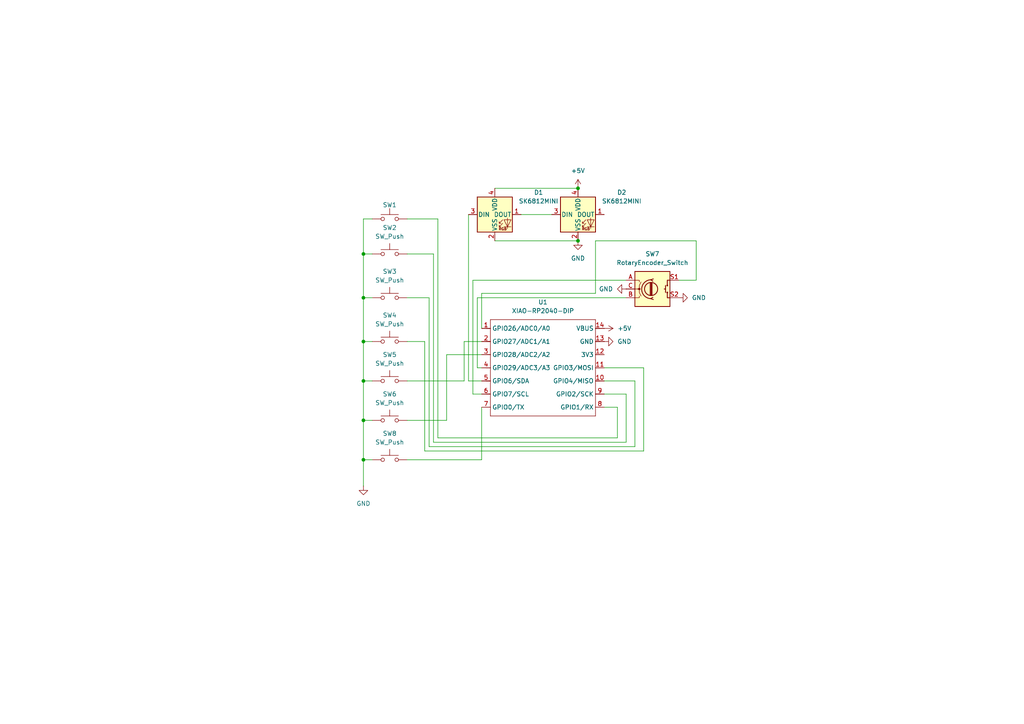
<source format=kicad_sch>
(kicad_sch (version 20250114) (generator "eeschema") (generator_version "9.0")
  (paper "A4")
  (lib_symbols
    (symbol "Device:RotaryEncoder_Switch" (pin_names (offset 0.254) (hide yes))
      (property "Reference" "SW" (at 0 6.604 0))
      (property "Value" "RotaryEncoder_Switch" (at 0 -6.604 0))
      (symbol "RotaryEncoder_Switch_0_1"
        (rectangle (start -5.08 5.08) (end 5.08 -5.08) (stroke (width 0.254)) (fill (type background)))
        (polyline (pts (xy -5.08 2.54) (xy -3.81 2.54) (xy -3.81 2.032)))
        (polyline (pts (xy -5.08 0) (xy -3.81 0) (xy -3.81 -1.016) (xy -3.302 -2.032)))
        (polyline (pts (xy -5.08 -2.54) (xy -3.81 -2.54) (xy -3.81 -2.032)))
        (polyline (pts (xy -4.318 0) (xy -3.81 0) (xy -3.81 1.016) (xy -3.302 2.032)))
        (circle (center -3.81 0) (radius 0.254) (fill (type outline)))
        (polyline (pts (xy -0.635 -1.778) (xy -0.635 1.778)) (stroke (width 0.254)))
        (circle (center -0.381 0) (radius 1.905) (stroke (width 0.254)))
        (polyline (pts (xy -0.381 -1.778) (xy -0.381 1.778)) (stroke (width 0.254)))
        (arc (start -0.381 -2.794) (mid -3.0988 -0.0635) (end -0.381 2.667) (stroke (width 0.254)))
        (polyline (pts (xy -0.127 1.778) (xy -0.127 -1.778)) (stroke (width 0.254)))
        (polyline (pts (xy 0.254 2.921) (xy -0.508 2.667) (xy 0.127 2.286)) (stroke (width 0.254)))
        (polyline (pts (xy 0.254 -3.048) (xy -0.508 -2.794) (xy 0.127 -2.413)) (stroke (width 0.254)))
        (polyline (pts (xy 3.81 1.016) (xy 3.81 -1.016)) (stroke (width 0.254)))
        (polyline (pts (xy 3.81 0) (xy 3.429 0)) (stroke (width 0.254)))
        (circle (center 4.318 1.016) (radius 0.127) (stroke (width 0.254)))
        (circle (center 4.318 -1.016) (radius 0.127) (stroke (width 0.254)))
        (polyline (pts (xy 5.08 2.54) (xy 4.318 2.54) (xy 4.318 1.016)) (stroke (width 0.254)))
        (polyline (pts (xy 5.08 -2.54) (xy 4.318 -2.54) (xy 4.318 -1.016)) (stroke (width 0.254)))
      )
      (symbol "RotaryEncoder_Switch_1_1"
        (pin passive line (at -7.62 2.54 0) (length 2.54) (name "A") (number "A"))
        (pin passive line (at -7.62 0 0) (length 2.54) (name "C") (number "C"))
        (pin passive line (at -7.62 -2.54 0) (length 2.54) (name "B") (number "B"))
        (pin passive line (at 7.62 2.54 180) (length 2.54) (name "S1") (number "S1"))
        (pin passive line (at 7.62 -2.54 180) (length 2.54) (name "S2") (number "S2"))
      )
    )
    (symbol "LED:SK6812MINI" (pin_names (offset 0.254))
      (property "Reference" "D" (at 5.08 5.715 0))
      (property "Value" "SK6812MINI" (at 1.27 -5.715 0))
      (symbol "SK6812MINI_0_0"
        (text "RGB" (at 2.286 -4.191 0) (effects (font (size 0.762 0.762))))
      )
      (symbol "SK6812MINI_0_1"
        (polyline (pts (xy 1.27 -2.54) (xy 1.778 -2.54)))
        (polyline (pts (xy 1.27 -3.556) (xy 1.778 -3.556)))
        (polyline (pts (xy 2.286 -1.524) (xy 1.27 -2.54) (xy 1.27 -2.032)))
        (polyline (pts (xy 2.286 -2.54) (xy 1.27 -3.556) (xy 1.27 -3.048)))
        (polyline (pts (xy 3.683 -1.016) (xy 3.683 -3.556) (xy 3.683 -4.064)))
        (polyline (pts (xy 4.699 -1.524) (xy 2.667 -1.524) (xy 3.683 -3.556) (xy 4.699 -1.524)))
        (polyline (pts (xy 4.699 -3.556) (xy 2.667 -3.556)))
        (rectangle (start 5.08 5.08) (end -5.08 -5.08) (stroke (width 0.254)) (fill (type background)))
      )
      (symbol "SK6812MINI_1_1"
        (pin input line (at -7.62 0 0) (length 2.54) (name "DIN") (number "3"))
        (pin power_in line (at 0 7.62 270) (length 2.54) (name "VDD") (number "4"))
        (pin power_in line (at 0 -7.62 90) (length 2.54) (name "VSS") (number "2"))
        (pin output line (at 7.62 0 180) (length 2.54) (name "DOUT") (number "1"))
      )
    )
    (symbol "OPL:XIAO-RP2040-DIP"
      (property "Reference" "U" (at 0 0 0))
      (property "Value" "XIAO-RP2040-DIP" (at 5.334 -1.778 0))
      (symbol "XIAO-RP2040-DIP_1_0"
        (polyline (pts (xy -1.27 -2.54) (xy 29.21 -2.54)) (stroke (width 0.1524)))
        (polyline (pts (xy -1.27 -5.08) (xy -2.54 -5.08)) (stroke (width 0.1524)))
        (polyline (pts (xy -1.27 -5.08) (xy -1.27 -2.54)) (stroke (width 0.1524)))
        (polyline (pts (xy -1.27 -8.89) (xy -2.54 -8.89)) (stroke (width 0.1524)))
        (polyline (pts (xy -1.27 -8.89) (xy -1.27 -5.08)) (stroke (width 0.1524)))
        (polyline (pts (xy -1.27 -12.7) (xy -2.54 -12.7)) (stroke (width 0.1524)))
        (polyline (pts (xy -1.27 -12.7) (xy -1.27 -8.89)) (stroke (width 0.1524)))
        (polyline (pts (xy -1.27 -16.51) (xy -2.54 -16.51)) (stroke (width 0.1524)))
        (polyline (pts (xy -1.27 -16.51) (xy -1.27 -12.7)) (stroke (width 0.1524)))
        (polyline (pts (xy -1.27 -20.32) (xy -2.54 -20.32)) (stroke (width 0.1524)))
        (polyline (pts (xy -1.27 -24.13) (xy -2.54 -24.13)) (stroke (width 0.1524)))
        (polyline (pts (xy -1.27 -27.94) (xy -2.54 -27.94)) (stroke (width 0.1524)))
        (polyline (pts (xy -1.27 -30.48) (xy -1.27 -16.51)) (stroke (width 0.1524)))
        (polyline (pts (xy 29.21 -2.54) (xy 29.21 -5.08)) (stroke (width 0.1524)))
        (polyline (pts (xy 29.21 -5.08) (xy 29.21 -8.89)) (stroke (width 0.1524)))
        (polyline (pts (xy 29.21 -8.89) (xy 29.21 -12.7)) (stroke (width 0.1524)))
        (polyline (pts (xy 29.21 -12.7) (xy 29.21 -30.48)) (stroke (width 0.1524)))
        (polyline (pts (xy 29.21 -30.48) (xy -1.27 -30.48)) (stroke (width 0.1524)))
        (polyline (pts (xy 30.48 -5.08) (xy 29.21 -5.08)) (stroke (width 0.1524)))
        (polyline (pts (xy 30.48 -8.89) (xy 29.21 -8.89)) (stroke (width 0.1524)))
        (polyline (pts (xy 30.48 -12.7) (xy 29.21 -12.7)) (stroke (width 0.1524)))
        (polyline (pts (xy 30.48 -16.51) (xy 29.21 -16.51)) (stroke (width 0.1524)))
        (polyline (pts (xy 30.48 -20.32) (xy 29.21 -20.32)) (stroke (width 0.1524)))
        (polyline (pts (xy 30.48 -24.13) (xy 29.21 -24.13)) (stroke (width 0.1524)))
        (polyline (pts (xy 30.48 -27.94) (xy 29.21 -27.94)) (stroke (width 0.1524)))
        (pin passive line (at -3.81 -5.08 0) (length 2.54) (name "GPIO26/ADC0/A0") (number "1"))
        (pin passive line (at -3.81 -8.89 0) (length 2.54) (name "GPIO27/ADC1/A1") (number "2"))
        (pin passive line (at -3.81 -12.7 0) (length 2.54) (name "GPIO28/ADC2/A2") (number "3"))
        (pin passive line (at -3.81 -16.51 0) (length 2.54) (name "GPIO29/ADC3/A3") (number "4"))
        (pin passive line (at -3.81 -20.32 0) (length 2.54) (name "GPIO6/SDA") (number "5"))
        (pin passive line (at -3.81 -24.13 0) (length 2.54) (name "GPIO7/SCL") (number "6"))
        (pin passive line (at -3.81 -27.94 0) (length 2.54) (name "GPIO0/TX") (number "7"))
        (pin passive line (at 31.75 -5.08 180) (length 2.54) (name "VBUS") (number "14"))
        (pin passive line (at 31.75 -8.89 180) (length 2.54) (name "GND") (number "13"))
        (pin passive line (at 31.75 -12.7 180) (length 2.54) (name "3V3") (number "12"))
        (pin passive line (at 31.75 -16.51 180) (length 2.54) (name "GPIO3/MOSI") (number "11"))
        (pin passive line (at 31.75 -20.32 180) (length 2.54) (name "GPIO4/MISO") (number "10"))
        (pin passive line (at 31.75 -24.13 180) (length 2.54) (name "GPIO2/SCK") (number "9"))
        (pin passive line (at 31.75 -27.94 180) (length 2.54) (name "GPIO1/RX") (number "8"))
      )
    )
    (symbol "Switch:SW_Push" (pin_numbers (hide yes)) (pin_names (offset 1.016) (hide yes))
      (property "Reference" "SW" (at 1.27 2.54 0))
      (property "Value" "SW_Push" (at 0 -1.524 0))
      (symbol "SW_Push_0_1"
        (circle (center -2.032 0) (radius 0.508))
        (polyline (pts (xy 0 1.27) (xy 0 3.048)))
        (circle (center 2.032 0) (radius 0.508))
        (polyline (pts (xy 2.54 1.27) (xy -2.54 1.27)))
        (pin passive line (at -5.08 0 0) (length 2.54) (name "1") (number "1"))
        (pin passive line (at 5.08 0 180) (length 2.54) (name "2") (number "2"))
      )
    )
    (symbol "power:+5V" (power) (pin_numbers (hide yes)) (pin_names (offset 0) (hide yes))
      (property "Value" "+5V" (at 0 3.556 0))
      (symbol "+5V_0_1"
        (polyline (pts (xy -0.762 1.27) (xy 0 2.54)))
        (polyline (pts (xy 0 2.54) (xy 0.762 1.27)))
        (polyline (pts (xy 0 0) (xy 0 2.54)))
      )
      (symbol "+5V_1_1"
        (pin power_in line (at 0 0 90) (length 0) (name "~") (number "1"))
      )
    )
    (symbol "power:GND" (power) (pin_numbers (hide yes)) (pin_names (offset 0) (hide yes))
      (property "Value" "GND" (at 0 -3.81 0))
      (symbol "GND_0_1"
        (polyline (pts (xy 0 0) (xy 0 -1.27) (xy 1.27 -1.27) (xy 0 -2.54) (xy -1.27 -1.27) (xy 0 -1.27)))
      )
      (symbol "GND_1_1"
        (pin power_in line (at 0 0 270) (length 0) (name "~") (number "1"))
      )
    )
  )
  (junction (at 167.64 69.85))
  (junction (at 105.41 99.06))
  (junction (at 105.41 73.66))
  (junction (at 167.64 54.61))
  (junction (at 105.41 110.49))
  (junction (at 105.41 86.36))
  (junction (at 105.41 121.92))
  (junction (at 105.41 133.35))
  (wire (pts (xy 201.93 69.85) (xy 172.72 69.85)))
  (wire (pts (xy 134.62 99.06) (xy 139.7 99.06)))
  (wire (pts (xy 118.11 73.66) (xy 125.73 73.66)))
  (wire (pts (xy 134.62 110.49) (xy 134.62 99.06)))
  (wire (pts (xy 105.41 121.92) (xy 107.95 121.92)))
  (wire (pts (xy 139.7 133.35) (xy 139.7 118.11)))
  (wire (pts (xy 139.7 85.09) (xy 139.7 95.25)))
  (wire (pts (xy 105.41 86.36) (xy 105.41 99.06)))
  (wire (pts (xy 196.85 81.28) (xy 201.93 81.28)))
  (wire (pts (xy 129.54 121.92) (xy 129.54 102.87)))
  (wire (pts (xy 107.95 63.5) (xy 105.41 63.5)))
  (wire (pts (xy 175.26 114.3) (xy 181.61 114.3)))
  (wire (pts (xy 124.46 86.36) (xy 124.46 129.54)))
  (wire (pts (xy 143.51 69.85) (xy 167.64 69.85)))
  (wire (pts (xy 129.54 102.87) (xy 139.7 102.87)))
  (wire (pts (xy 175.26 110.49) (xy 184.15 110.49)))
  (wire (pts (xy 181.61 86.36) (xy 138.43 86.36)))
  (wire (pts (xy 118.11 99.06) (xy 123.19 99.06)))
  (wire (pts (xy 151.13 62.23) (xy 160.02 62.23)))
  (wire (pts (xy 105.41 73.66) (xy 107.95 73.66)))
  (wire (pts (xy 125.73 73.66) (xy 125.73 128.27)))
  (wire (pts (xy 105.41 133.35) (xy 107.95 133.35)))
  (wire (pts (xy 125.73 128.27) (xy 181.61 128.27)))
  (wire (pts (xy 135.89 110.49) (xy 139.7 110.49)))
  (wire (pts (xy 105.41 110.49) (xy 105.41 121.92)))
  (wire (pts (xy 137.16 114.3) (xy 139.7 114.3)))
  (wire (pts (xy 118.11 63.5) (xy 127 63.5)))
  (wire (pts (xy 181.61 128.27) (xy 181.61 114.3)))
  (wire (pts (xy 105.41 63.5) (xy 105.41 73.66)))
  (wire (pts (xy 118.11 110.49) (xy 134.62 110.49)))
  (wire (pts (xy 105.41 86.36) (xy 107.95 86.36)))
  (wire (pts (xy 138.43 86.36) (xy 138.43 106.68)))
  (wire (pts (xy 127 127) (xy 179.07 127)))
  (wire (pts (xy 105.41 99.06) (xy 107.95 99.06)))
  (wire (pts (xy 184.15 129.54) (xy 184.15 110.49)))
  (wire (pts (xy 124.46 129.54) (xy 184.15 129.54)))
  (wire (pts (xy 186.69 130.81) (xy 186.69 106.68)))
  (wire (pts (xy 201.93 81.28) (xy 201.93 69.85)))
  (wire (pts (xy 105.41 99.06) (xy 105.41 110.49)))
  (wire (pts (xy 105.41 121.92) (xy 105.41 133.35)))
  (wire (pts (xy 118.11 133.35) (xy 139.7 133.35)))
  (wire (pts (xy 143.51 54.61) (xy 167.64 54.61)))
  (wire (pts (xy 118.11 86.36) (xy 124.46 86.36)))
  (wire (pts (xy 175.26 118.11) (xy 179.07 118.11)))
  (wire (pts (xy 135.89 62.23) (xy 135.89 110.49)))
  (wire (pts (xy 123.19 99.06) (xy 123.19 130.81)))
  (wire (pts (xy 186.69 106.68) (xy 175.26 106.68)))
  (wire (pts (xy 137.16 81.28) (xy 137.16 114.3)))
  (wire (pts (xy 138.43 106.68) (xy 139.7 106.68)))
  (wire (pts (xy 179.07 127) (xy 179.07 118.11)))
  (wire (pts (xy 105.41 110.49) (xy 107.95 110.49)))
  (wire (pts (xy 181.61 81.28) (xy 137.16 81.28)))
  (wire (pts (xy 105.41 133.35) (xy 105.41 140.97)))
  (wire (pts (xy 105.41 73.66) (xy 105.41 86.36)))
  (wire (pts (xy 172.72 69.85) (xy 172.72 85.09)))
  (wire (pts (xy 118.11 121.92) (xy 129.54 121.92)))
  (wire (pts (xy 172.72 85.09) (xy 139.7 85.09)))
  (wire (pts (xy 127 63.5) (xy 127 127)))
  (wire (pts (xy 123.19 130.81) (xy 186.69 130.81)))
  (symbol (lib_id "power:GND") (at 181.61 83.82 270) (unit 1)
    (property "Reference" "#PWR06" (effects (hide yes)))
    (property "Value" "GND" (at 177.8 83.8199 90) (effects (justify right)))
    (property "Description" "Power symbol creates a global label with name \"GND\" , ground" (effects (hide yes)))
  )
  (symbol (lib_id "OPL:XIAO-RP2040-DIP") (at 143.51 90.17 0) (unit 1)
    (property "Reference" "U1" (at 157.48 87.63 0))
    (property "Value" "XIAO-RP2040-DIP" (at 157.48 90.17 0))
    (property "Footprint" "OPL:XIAO-RP2040-DIP" (effects (hide yes)))
  )
  (symbol (lib_id "Device:RotaryEncoder_Switch") (at 189.23 83.82 0) (unit 1)
    (property "Reference" "SW7" (at 189.23 73.66 0))
    (property "Value" "RotaryEncoder_Switch" (at 189.23 76.2 0))
    (property "Footprint" "Rotary_Encoder:RotaryEncoder_Alps_EC11E-Switch_Vertical_H20mm" (effects (hide yes)))
    (property "Description" "Rotary encoder, dual channel, incremental quadrate outputs, with switch" (effects (hide yes)))
  )
  (symbol (lib_id "Switch:SW_Push") (at 113.03 99.06 0) (unit 1)
    (property "Reference" "SW4" (at 113.03 91.44 0))
    (property "Value" "SW_Push" (at 113.03 93.98 0))
    (property "Footprint" "Button_Switch_Keyboard:SW_Cherry_MX_1.00u_PCB" (effects (hide yes)))
    (property "Description" "Push button switch, generic, two pins" (effects (hide yes)))
  )
  (symbol (lib_id "Switch:SW_Push") (at 113.03 110.49 0) (unit 1)
    (property "Reference" "SW5" (at 113.03 102.87 0))
    (property "Value" "SW_Push" (at 113.03 105.41 0))
    (property "Footprint" "Button_Switch_Keyboard:SW_Cherry_MX_1.00u_PCB" (effects (hide yes)))
    (property "Description" "Push button switch, generic, two pins" (effects (hide yes)))
  )
  (symbol (lib_id "power:GND") (at 105.41 140.97 0) (unit 1)
    (property "Reference" "#PWR05" (effects (hide yes)))
    (property "Value" "GND" (at 105.41 146.05 0))
    (property "Description" "Power symbol creates a global label with name \"GND\" , ground" (effects (hide yes)))
  )
  (symbol (lib_id "LED:SK6812MINI") (at 167.64 62.23 0) (unit 1)
    (property "Reference" "D2" (at 180.34 55.8098 0))
    (property "Value" "SK6812MINI" (at 180.34 58.3498 0))
    (property "Footprint" "LED_SMD:LED_SK6812MINI_PLCC4_3.5x3.5mm_P1.75mm" (effects (hide yes)))
    (property "Datasheet" "https://cdn-shop.adafruit.com/product-files/2686/SK6812MINI_REV.01-1-2.pdf" (effects (hide yes)))
    (property "Description" "RGB LED with integrated controller" (effects (hide yes)))
  )
  (symbol (lib_id "power:GND") (at 167.64 69.85 0) (unit 1)
    (property "Reference" "#PWR04" (effects (hide yes)))
    (property "Value" "GND" (at 167.64 74.93 0))
    (property "Description" "Power symbol creates a global label with name \"GND\" , ground" (effects (hide yes)))
  )
  (symbol (lib_id "power:GND") (at 175.26 99.06 90) (unit 1)
    (property "Reference" "#PWR01" (effects (hide yes)))
    (property "Value" "GND" (at 179.07 99.0599 90) (effects (justify right)))
    (property "Description" "Power symbol creates a global label with name \"GND\" , ground" (effects (hide yes)))
  )
  (symbol (lib_id "Switch:SW_Push") (at 113.03 86.36 0) (unit 1)
    (property "Reference" "SW3" (at 113.03 78.74 0))
    (property "Value" "SW_Push" (at 113.03 81.28 0))
    (property "Footprint" "Button_Switch_Keyboard:SW_Cherry_MX_1.00u_PCB" (effects (hide yes)))
    (property "Description" "Push button switch, generic, two pins" (effects (hide yes)))
  )
  (symbol (lib_id "Switch:SW_Push") (at 113.03 63.5 0) (unit 1)
    (property "Reference" "SW1" (at 113.03 59.436 0))
    (property "Value" "SW_Push" (effects (hide yes)))
    (property "Footprint" "Button_Switch_Keyboard:SW_Cherry_MX_1.00u_PCB" (effects (hide yes)))
    (property "Description" "Push button switch, generic, two pins" (effects (hide yes)))
  )
  (symbol (lib_id "power:+5V") (at 167.64 54.61 0) (unit 1)
    (property "Reference" "#PWR03" (effects (hide yes)))
    (property "Value" "+5V" (at 167.64 49.53 0))
    (property "Description" "Power symbol creates a global label with name \"+5V\"" (effects (hide yes)))
  )
  (symbol (lib_id "Switch:SW_Push") (at 113.03 133.35 0) (unit 1)
    (property "Reference" "SW8" (at 113.03 125.73 0))
    (property "Value" "SW_Push" (at 113.03 128.27 0))
    (property "Footprint" "Button_Switch_Keyboard:SW_Cherry_MX_1.00u_PCB" (effects (hide yes)))
    (property "Description" "Push button switch, generic, two pins" (effects (hide yes)))
  )
  (symbol (lib_id "Switch:SW_Push") (at 113.03 73.66 0) (unit 1)
    (property "Reference" "SW2" (at 113.03 66.04 0))
    (property "Value" "SW_Push" (at 113.03 68.58 0))
    (property "Footprint" "Button_Switch_Keyboard:SW_Cherry_MX_1.00u_PCB" (effects (hide yes)))
    (property "Description" "Push button switch, generic, two pins" (effects (hide yes)))
  )
  (symbol (lib_id "LED:SK6812MINI") (at 143.51 62.23 0) (unit 1)
    (property "Reference" "D1" (at 156.21 55.8098 0))
    (property "Value" "SK6812MINI" (at 156.21 58.3498 0))
    (property "Footprint" "LED_SMD:LED_SK6812MINI_PLCC4_3.5x3.5mm_P1.75mm" (effects (hide yes)))
    (property "Datasheet" "https://cdn-shop.adafruit.com/product-files/2686/SK6812MINI_REV.01-1-2.pdf" (effects (hide yes)))
    (property "Description" "RGB LED with integrated controller" (effects (hide yes)))
  )
  (symbol (lib_id "power:+5V") (at 175.26 95.25 270) (unit 1)
    (property "Reference" "#PWR02" (effects (hide yes)))
    (property "Value" "+5V" (at 179.07 95.2499 90) (effects (justify left)))
    (property "Description" "Power symbol creates a global label with name \"+5V\"" (effects (hide yes)))
  )
  (symbol (lib_id "power:GND") (at 196.85 86.36 90) (unit 1)
    (property "Reference" "#PWR07" (effects (hide yes)))
    (property "Value" "GND" (at 200.66 86.3599 90) (effects (justify right)))
    (property "Description" "Power symbol creates a global label with name \"GND\" , ground" (effects (hide yes)))
  )
  (symbol (lib_id "Switch:SW_Push") (at 113.03 121.92 0) (unit 1)
    (property "Reference" "SW6" (at 113.03 114.3 0))
    (property "Value" "SW_Push" (at 113.03 116.84 0))
    (property "Footprint" "Button_Switch_Keyboard:SW_Cherry_MX_1.00u_PCB" (effects (hide yes)))
    (property "Description" "Push button switch, generic, two pins" (effects (hide yes)))
  )
)
</source>
